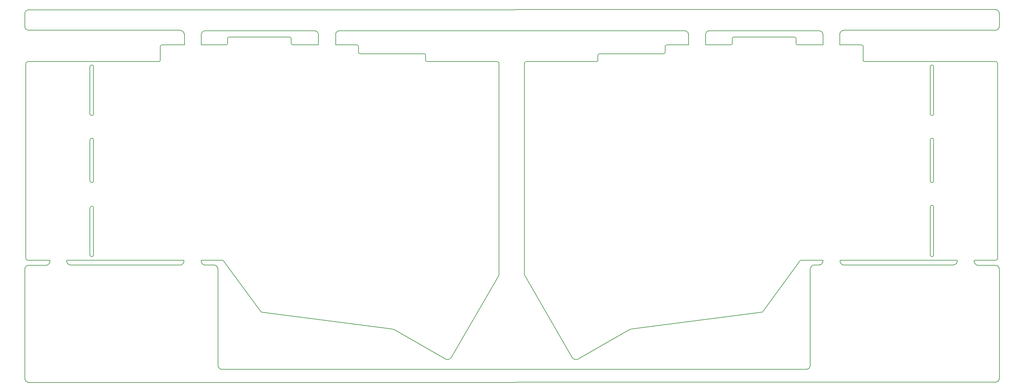
<source format=gm1>
G04 #@! TF.GenerationSoftware,KiCad,Pcbnew,(6.0.10-0)*
G04 #@! TF.CreationDate,2023-01-29T16:26:49+09:00*
G04 #@! TF.ProjectId,corne-ultralight,636f726e-652d-4756-9c74-72616c696768,2.0*
G04 #@! TF.SameCoordinates,Original*
G04 #@! TF.FileFunction,Profile,NP*
%FSLAX46Y46*%
G04 Gerber Fmt 4.6, Leading zero omitted, Abs format (unit mm)*
G04 Created by KiCad (PCBNEW (6.0.10-0)) date 2023-01-29 16:26:49*
%MOMM*%
%LPD*%
G01*
G04 APERTURE LIST*
G04 #@! TA.AperFunction,Profile*
%ADD10C,0.200000*%
G04 #@! TD*
G04 APERTURE END LIST*
D10*
X31197500Y-51660000D02*
X31197500Y-38410000D01*
X32197500Y-59160000D02*
X32197500Y-70660000D01*
X31478750Y-37941250D02*
X31697500Y-37910000D01*
X31885000Y-37941250D02*
X31697500Y-37910000D01*
X31228750Y-38222500D02*
X31322500Y-38035000D01*
X31228750Y-38222500D02*
X31197500Y-38410000D01*
X32166250Y-38222500D02*
X32072500Y-38035000D01*
X32197500Y-38410000D02*
X32166250Y-38222500D01*
X31510000Y-52128750D02*
X31697500Y-52160000D01*
X31228750Y-51847500D02*
X31322500Y-52035000D01*
X31197500Y-51660000D02*
X31228750Y-51847500D01*
X32166250Y-51847500D02*
X32197500Y-51660000D01*
X31916250Y-52128750D02*
X32072500Y-52035000D01*
X32166250Y-51847500D02*
X32072500Y-52035000D01*
X31916250Y-52128750D02*
X31697500Y-52160000D01*
X31322500Y-52035000D02*
X31510000Y-52128750D01*
X31885000Y-58691250D02*
X31697500Y-58660000D01*
X32166250Y-58972500D02*
X32072500Y-58785000D01*
X32197500Y-59160000D02*
X32166250Y-58972500D01*
X31228750Y-58972500D02*
X31197500Y-59160000D01*
X31478750Y-58691250D02*
X31322500Y-58785000D01*
X31228750Y-58972500D02*
X31322500Y-58785000D01*
X31478750Y-58691250D02*
X31697500Y-58660000D01*
X32072500Y-58785000D02*
X31885000Y-58691250D01*
X31510000Y-71128750D02*
X31697500Y-71160000D01*
X32166250Y-70847500D02*
X32197500Y-70660000D01*
X32166250Y-70847500D02*
X32072500Y-71035000D01*
X31228750Y-70847500D02*
X31322500Y-71035000D01*
X31916250Y-71128750D02*
X32072500Y-71035000D01*
X31322500Y-71035000D02*
X31510000Y-71128750D01*
X31916250Y-71128750D02*
X31697500Y-71160000D01*
X31197500Y-70660000D02*
X31228750Y-70847500D01*
X31478750Y-77941250D02*
X31322500Y-78035000D01*
X31228750Y-78222500D02*
X31322500Y-78035000D01*
X32166250Y-78222500D02*
X32072500Y-78035000D01*
X31885000Y-77941250D02*
X31697500Y-77910000D01*
X32072500Y-78035000D02*
X31885000Y-77941250D01*
X31228750Y-78222500D02*
X31197500Y-78410000D01*
X32197500Y-78410000D02*
X32166250Y-78222500D01*
X31478750Y-77941250D02*
X31697500Y-77910000D01*
X32166250Y-91847500D02*
X32197500Y-91660000D01*
X31916250Y-92128750D02*
X32072500Y-92035000D01*
X31916250Y-92128750D02*
X31697500Y-92160000D01*
X32166250Y-91847500D02*
X32072500Y-92035000D01*
X31197500Y-91660000D02*
X31228750Y-91847500D01*
X31228750Y-91847500D02*
X31322500Y-92035000D01*
X31510000Y-92128750D02*
X31697500Y-92160000D01*
X31322500Y-92035000D02*
X31510000Y-92128750D01*
X269385000Y-37941250D02*
X269197500Y-37910000D01*
X269666250Y-38222500D02*
X269572500Y-38035000D01*
X269697500Y-38410000D02*
X269666250Y-38222500D01*
X268728750Y-38222500D02*
X268697500Y-38410000D01*
X268978750Y-37941250D02*
X268822500Y-38035000D01*
X268728750Y-38222500D02*
X268822500Y-38035000D01*
X268978750Y-37941250D02*
X269197500Y-37910000D01*
X269572500Y-38035000D02*
X269385000Y-37941250D01*
X269666250Y-51847500D02*
X269572500Y-52035000D01*
X269416250Y-52128750D02*
X269572500Y-52035000D01*
X268728750Y-51847500D02*
X268822500Y-52035000D01*
X269010000Y-52128750D02*
X269197500Y-52160000D01*
X269416250Y-52128750D02*
X269197500Y-52160000D01*
X269666250Y-51847500D02*
X269697500Y-51660000D01*
X268822500Y-52035000D02*
X269010000Y-52128750D01*
X268697500Y-51660000D02*
X268728750Y-51847500D01*
X268978750Y-58691250D02*
X269197500Y-58660000D01*
X268728750Y-58972500D02*
X268697500Y-59160000D01*
X269572500Y-58785000D02*
X269385000Y-58691250D01*
X269666250Y-58972500D02*
X269572500Y-58785000D01*
X269385000Y-58691250D02*
X269197500Y-58660000D01*
X268978750Y-58691250D02*
X268822500Y-58785000D01*
X268728750Y-58972500D02*
X268822500Y-58785000D01*
X269697500Y-59160000D02*
X269666250Y-58972500D01*
X269416250Y-71128750D02*
X269197500Y-71160000D01*
X269666250Y-70847500D02*
X269697500Y-70660000D01*
X268697500Y-70660000D02*
X268728750Y-70847500D01*
X269416250Y-71128750D02*
X269572500Y-71035000D01*
X269010000Y-71128750D02*
X269197500Y-71160000D01*
X269666250Y-70847500D02*
X269572500Y-71035000D01*
X268822500Y-71035000D02*
X269010000Y-71128750D01*
X268728750Y-70847500D02*
X268822500Y-71035000D01*
X269666250Y-77972500D02*
X269572500Y-77785000D01*
X268728750Y-77972500D02*
X268822500Y-77785000D01*
X269572500Y-77785000D02*
X269385000Y-77691250D01*
X268728750Y-77972500D02*
X268697500Y-78160000D01*
X268978750Y-77691250D02*
X268822500Y-77785000D01*
X269385000Y-77691250D02*
X269197500Y-77660000D01*
X269697500Y-78160000D02*
X269666250Y-77972500D01*
X268978750Y-77691250D02*
X269197500Y-77660000D01*
X268697500Y-91660000D02*
X268728750Y-91847500D01*
X269416250Y-92128750D02*
X269197500Y-92160000D01*
X269010000Y-92128750D02*
X269197500Y-92160000D01*
X269666250Y-91847500D02*
X269572500Y-92035000D01*
X268822500Y-92035000D02*
X269010000Y-92128750D01*
X268728750Y-91847500D02*
X268822500Y-92035000D01*
X269666250Y-91847500D02*
X269697500Y-91660000D01*
X269416250Y-92128750D02*
X269572500Y-92035000D01*
X287761114Y-27841367D02*
X287933833Y-27699127D01*
X19674538Y-94092121D02*
X19671998Y-94094661D01*
X57853241Y-29027545D02*
X57855781Y-29027545D01*
X237248183Y-28136006D02*
X206377054Y-28136006D01*
X57782121Y-28798946D02*
X57782121Y-28798946D01*
X13283905Y-37031077D02*
X13184845Y-37132677D01*
X57784661Y-28801486D02*
X57787201Y-28806566D01*
X95445203Y-28473826D02*
X95272484Y-28334126D01*
X62630976Y-93406322D02*
X62630976Y-93411402D01*
X243161298Y-29037705D02*
X243161298Y-29037705D01*
X234804706Y-123167472D02*
X234825026Y-122943953D01*
X12946085Y-22715652D02*
X12841945Y-22911231D01*
X18653459Y-94643301D02*
X18650919Y-94643301D01*
X88185891Y-31981562D02*
X88284951Y-32080622D01*
X18645839Y-94643301D02*
X13893504Y-94643301D01*
X57279201Y-94348661D02*
X57449381Y-94208961D01*
X18892219Y-94617901D02*
X18887139Y-94617901D01*
X79481319Y-107782708D02*
X79595619Y-107869068D01*
X234825026Y-95768519D02*
X234825026Y-95768519D01*
X107113952Y-34351380D02*
X107185072Y-34480920D01*
X19875198Y-93180262D02*
X19880278Y-93408862D01*
X66616232Y-94638221D02*
X66618772Y-94638221D01*
X19857418Y-93642542D02*
X19857418Y-93642542D01*
X231274109Y-32184762D02*
X238386102Y-32184762D01*
X287756034Y-94826180D02*
X287557914Y-94722040D01*
X94863544Y-28166486D02*
X94640024Y-28143626D01*
X249673851Y-32387962D02*
X249744971Y-32520042D01*
X169404850Y-121097374D02*
X169277851Y-121173574D01*
X67281711Y-95298620D02*
X67284251Y-95301160D01*
X205935094Y-28224906D02*
X205739515Y-28329046D01*
X243161298Y-29037705D02*
X243161298Y-29037705D01*
X101769797Y-28143626D02*
X101762177Y-28143626D01*
X13184845Y-37132677D02*
X13113725Y-37262217D01*
X234847886Y-95534840D02*
X234850426Y-95532300D01*
X19128439Y-94544241D02*
X19128439Y-94544241D01*
X236051845Y-94534081D02*
X236051845Y-94534081D01*
X237685063Y-28222366D02*
X237471703Y-28156326D01*
X288238633Y-95545000D02*
X288172593Y-95331640D01*
X243161298Y-29037705D02*
X243161298Y-29032625D01*
X243240037Y-93396162D02*
X243240037Y-93403782D01*
X221114119Y-107930027D02*
X221022679Y-107937647D01*
X70113808Y-30261984D02*
X70085868Y-30429624D01*
X230872790Y-31986642D02*
X230801670Y-31854563D01*
X281350160Y-94089581D02*
X281347620Y-94084501D01*
X234494826Y-123749132D02*
X234637066Y-123576412D01*
X287273434Y-36937098D02*
X287443614Y-36967578D01*
X50886027Y-36830418D02*
X50985087Y-36728818D01*
X95272484Y-28334126D02*
X95076904Y-28229986D01*
X235376205Y-94744900D02*
X235579405Y-94633141D01*
X169277851Y-121173574D02*
X169140691Y-121237074D01*
X282140099Y-94612821D02*
X282140099Y-94612821D01*
X12778445Y-126886029D02*
X12844485Y-127096849D01*
X146735373Y-97500798D02*
X146783633Y-97343318D01*
X174274026Y-36937098D02*
X174274026Y-36937098D01*
X276300645Y-93830501D02*
X276366685Y-93617142D01*
X287926213Y-94965880D02*
X287756034Y-94826180D01*
X57512881Y-28400166D02*
X57512881Y-28400166D01*
X63768895Y-28143626D02*
X63763815Y-28143626D01*
X125584814Y-34679040D02*
X107583851Y-34679040D01*
X24718973Y-93848281D02*
X24825653Y-94041321D01*
X200387740Y-29266305D02*
X200364880Y-29042785D01*
X234847886Y-95537380D02*
X234847886Y-95534840D01*
X244129037Y-28059806D02*
X244131577Y-28059806D01*
X276387005Y-93396162D02*
X276394625Y-93185342D01*
X63326935Y-28232526D02*
X63131355Y-28339206D01*
X19524678Y-94275001D02*
X19524678Y-94275001D01*
X95785563Y-32179682D02*
X95780483Y-29281545D01*
X194273966Y-32184762D02*
X200395360Y-32184762D01*
X235371125Y-94747440D02*
X235376205Y-94744900D01*
X244362716Y-28034406D02*
X244365256Y-28034406D01*
X13258505Y-94838880D02*
X13085785Y-94981120D01*
X234825026Y-95768519D02*
X234847886Y-95537380D01*
X199684160Y-28222366D02*
X199470801Y-28156326D01*
X95780483Y-29276465D02*
X95757623Y-29052945D01*
X18897299Y-94617901D02*
X18892219Y-94617901D01*
X116664342Y-112720463D02*
X116504323Y-112700143D01*
X18897299Y-94617901D02*
X18897299Y-94617901D01*
X231274109Y-32184762D02*
X231103929Y-32156822D01*
X287565534Y-27945506D02*
X287761114Y-27841367D01*
X238388642Y-93396162D02*
X238396262Y-93187882D01*
X56649282Y-28044566D02*
X56877882Y-28067426D01*
X184019996Y-112756023D02*
X184192716Y-112728083D01*
X244154437Y-94513761D02*
X244377956Y-94534081D01*
X19334179Y-94432481D02*
X19331639Y-94435021D01*
X133380066Y-120716375D02*
X133382606Y-120711295D01*
X24655473Y-93634922D02*
X24718973Y-93848281D01*
X287672214Y-92987222D02*
X287570614Y-93088822D01*
X237250723Y-94534081D02*
X237255803Y-94534081D01*
X19524678Y-94275001D02*
X19524678Y-94275001D01*
X57665281Y-28585586D02*
X57667821Y-28585586D01*
X19786298Y-93883841D02*
X19677078Y-94087041D01*
X19786298Y-93878761D02*
X19786298Y-93883841D01*
X244123957Y-28062346D02*
X244129037Y-28059806D01*
X243684537Y-28247766D02*
X243687077Y-28245226D01*
X67380771Y-95771059D02*
X67380771Y-95773599D01*
X234129066Y-123995512D02*
X234324646Y-123888832D01*
X281695600Y-94429941D02*
X281690520Y-94427401D01*
X12755585Y-126662509D02*
X12778445Y-126886029D01*
X281235860Y-93876221D02*
X281233320Y-93871141D01*
X281908959Y-94544241D02*
X281908959Y-94544241D01*
X67403631Y-123185252D02*
X67469671Y-123396072D01*
X244362716Y-28034406D02*
X244362716Y-28034406D01*
X32197500Y-78410000D02*
X32197500Y-91660000D01*
X169140691Y-121237074D02*
X168988291Y-121287874D01*
X269697500Y-51660000D02*
X269697500Y-38410000D01*
X68673630Y-93187882D02*
X68584730Y-93160000D01*
X276366685Y-93617142D02*
X276387005Y-93396162D01*
X19880278Y-93411402D02*
X19880278Y-93411402D01*
X50583768Y-36929478D02*
X50756488Y-36901538D01*
X68937790Y-93327582D02*
X68820950Y-93241222D01*
X146834433Y-37429857D02*
X146834433Y-96906438D01*
X287756034Y-22387992D02*
X287557914Y-22283852D01*
X287441074Y-93157402D02*
X287273434Y-93187882D01*
X281164740Y-93645082D02*
X281162200Y-93642542D01*
X19857418Y-93642542D02*
X19857418Y-93642542D01*
X212442568Y-32159362D02*
X212272388Y-32187302D01*
X13896044Y-127792808D02*
X287126114Y-127785188D01*
X12951165Y-27541647D02*
X13093405Y-27714367D01*
X67355371Y-95537380D02*
X67380771Y-95768519D01*
X57881181Y-29271385D02*
X57881181Y-29273925D01*
X24635153Y-93185342D02*
X57787201Y-93185342D01*
X154022626Y-37434937D02*
X154053106Y-37267297D01*
X154042946Y-97188378D02*
X154025166Y-97005498D01*
X88417030Y-32151742D02*
X88584670Y-32179682D01*
X146732833Y-37130137D02*
X146633773Y-37028537D01*
X67355371Y-95532300D02*
X67355371Y-95537380D01*
X70283988Y-30030844D02*
X70184928Y-30132444D01*
X56880422Y-28067426D02*
X56882962Y-28067426D01*
X126085193Y-35179419D02*
X126085193Y-36429098D01*
X132734907Y-121231994D02*
X132879686Y-121165954D01*
X287570614Y-93088822D02*
X287441074Y-93157402D01*
X13085785Y-37429857D02*
X13085785Y-37429857D01*
X281235860Y-93881301D02*
X281235860Y-93876221D01*
X200395360Y-32184762D02*
X200387740Y-29273925D01*
X12841945Y-95346880D02*
X12778445Y-95560240D01*
X133004146Y-121092294D02*
X133126066Y-120998315D01*
X13454084Y-22296552D02*
X13258505Y-22400692D01*
X288238633Y-23106811D02*
X288172593Y-22893451D01*
X281898799Y-94539161D02*
X281695600Y-94429941D01*
X100819838Y-28651626D02*
X100715698Y-28847206D01*
X154075966Y-97353478D02*
X154042946Y-97188378D01*
X236051845Y-94534081D02*
X236054385Y-94534081D01*
X238388642Y-29273925D02*
X238388642Y-29266305D01*
X67469671Y-123396072D02*
X67576351Y-123591652D01*
X18650919Y-94643301D02*
X18645839Y-94643301D01*
X24825653Y-94041321D02*
X24967893Y-94214041D01*
X13286445Y-93081202D02*
X13415984Y-93149782D01*
X66824512Y-94747440D02*
X66824512Y-94749980D01*
X19517058Y-94282621D02*
X19339259Y-94429941D01*
X57324921Y-28247766D02*
X57324921Y-28247766D01*
X13184845Y-92979602D02*
X13286445Y-93081202D01*
X244367796Y-28034406D02*
X244372876Y-28034406D01*
X237471703Y-28156326D02*
X237248183Y-28136006D01*
X205739515Y-28329046D02*
X205569335Y-28471286D01*
X235810545Y-94562021D02*
X235815625Y-94559481D01*
X68584730Y-93160000D02*
X62625896Y-93160000D01*
X125752454Y-34709520D02*
X125584814Y-34679040D01*
X126085193Y-35179419D02*
X126054713Y-35009239D01*
X94640024Y-28143626D02*
X63768895Y-28143626D01*
X244365256Y-28034406D02*
X244367796Y-28034406D01*
X70184928Y-30132444D02*
X70113808Y-30261984D01*
X62653836Y-29060565D02*
X62630976Y-29284085D01*
X12844485Y-27348607D02*
X12951165Y-27541647D01*
X199470801Y-28156326D02*
X199249821Y-28136006D01*
X63131355Y-28339206D02*
X62961176Y-28481446D01*
X146501693Y-36959958D02*
X146334053Y-36929478D01*
X106753272Y-32210162D02*
X106585632Y-32179682D01*
X19857418Y-93642542D02*
X19857418Y-93642542D01*
X31197500Y-91660000D02*
X31197500Y-78410000D01*
X238299742Y-28831966D02*
X238193062Y-28636386D01*
X234921546Y-95296080D02*
X235030766Y-95092880D01*
X184192716Y-112728083D02*
X184352736Y-112707763D01*
X288172593Y-22893451D02*
X288068453Y-22700412D01*
X193743106Y-34359000D02*
X193671986Y-34488540D01*
X235030766Y-95090340D02*
X235033306Y-95087800D01*
X69986809Y-31979022D02*
X70055389Y-31849483D01*
X235818165Y-94559481D02*
X236049305Y-94534081D01*
X243681997Y-28250306D02*
X243684537Y-28247766D01*
X212742288Y-31857103D02*
X212673708Y-31989182D01*
X57667821Y-28585586D02*
X57670361Y-28590666D01*
X12841945Y-22911231D02*
X12778445Y-23122051D01*
X174771865Y-35187039D02*
X174771865Y-36436718D01*
X275691045Y-94445181D02*
X275886625Y-94341041D01*
X243163838Y-29027545D02*
X243229877Y-28806566D01*
X243146058Y-32187302D02*
X243138438Y-29271385D01*
X66611152Y-94635681D02*
X66611152Y-94635681D01*
X205429635Y-28644006D02*
X205325495Y-28839586D01*
X238388642Y-29266305D02*
X238365782Y-29042785D01*
X57111561Y-28136006D02*
X57114101Y-28138546D01*
X13672524Y-28021706D02*
X13896044Y-28044566D01*
X238193062Y-28636386D02*
X238050823Y-28466206D01*
X67169951Y-95090340D02*
X67172491Y-95092880D01*
X13459164Y-127708988D02*
X13672524Y-127772488D01*
X281235860Y-93881301D02*
X281235860Y-93881301D01*
X168444731Y-121323434D02*
X168277092Y-121290414D01*
X281139340Y-93401242D02*
X281136800Y-93401242D01*
X174873465Y-34887320D02*
X174975065Y-34785720D01*
X95587443Y-28646546D02*
X95445203Y-28473826D01*
X88584670Y-32179682D02*
X88584670Y-32179682D01*
X126054713Y-35009239D02*
X125983593Y-34879700D01*
X57324921Y-28247766D02*
X57324921Y-28247766D01*
X167857992Y-121102454D02*
X167741152Y-121016095D01*
X66385092Y-94567101D02*
X66387632Y-94569641D01*
X13896044Y-28044566D02*
X56646742Y-28044566D01*
X57332541Y-28252846D02*
X57512881Y-28400166D01*
X281687980Y-94424861D02*
X281507640Y-94280081D01*
X168988291Y-121287874D02*
X168820651Y-121320894D01*
X205569335Y-28471286D02*
X205429635Y-28644006D01*
X66611152Y-94635681D02*
X66616232Y-94638221D01*
X174771865Y-36436718D02*
X174743925Y-36609438D01*
X117159642Y-112829683D02*
X131454748Y-121092294D01*
X213273147Y-29936864D02*
X213273147Y-29936864D01*
X243679457Y-28250306D02*
X243681997Y-28250306D01*
X232272328Y-93187882D02*
X238396262Y-93187882D01*
X288073533Y-127277188D02*
X288177673Y-127081609D01*
X66380012Y-94567101D02*
X66385092Y-94567101D01*
X243748037Y-94346121D02*
X243943617Y-94450261D01*
X57449381Y-94208961D02*
X57591621Y-94036241D01*
X131871307Y-121280254D02*
X132038947Y-121315814D01*
X230672130Y-30137524D02*
X230743250Y-30267064D01*
X12778445Y-95560240D02*
X12755585Y-95783759D01*
X146834433Y-96990258D02*
X146834433Y-96906438D01*
X62717336Y-28847206D02*
X62653836Y-29060565D01*
X13113725Y-92850062D02*
X13184845Y-92979602D01*
X194106326Y-32215242D02*
X194273966Y-32184762D01*
X243341637Y-28590666D02*
X243346717Y-28588126D01*
X243687077Y-28245226D02*
X243892817Y-28133466D01*
X67281711Y-95298620D02*
X67281711Y-95298620D01*
X287674754Y-37137757D02*
X287743334Y-37269837D01*
X88084291Y-30429624D02*
X88056351Y-30259444D01*
X237692683Y-94445181D02*
X237885723Y-94341041D01*
X79595619Y-107869068D02*
X79745479Y-107922407D01*
X268697500Y-78160000D02*
X268697500Y-91660000D01*
X243346717Y-28583046D02*
X243494037Y-28405246D01*
X275256706Y-94534081D02*
X275480226Y-94511221D01*
X193440847Y-34658720D02*
X193273207Y-34684120D01*
X101541197Y-28166486D02*
X101327838Y-28232526D01*
X193671986Y-34488540D02*
X193570387Y-34587600D01*
X57327461Y-28250306D02*
X57332541Y-28252846D01*
X212973427Y-30035924D02*
X213102967Y-29967344D01*
X68937790Y-93327582D02*
X79481319Y-107782708D01*
X234825026Y-95771059D02*
X234825026Y-95768519D01*
X50985087Y-36728818D02*
X51056207Y-36599278D01*
X243501657Y-28397626D02*
X243679457Y-28250306D01*
X67284251Y-95301160D02*
X67286791Y-95306240D01*
X133324186Y-120792575D02*
X133380066Y-120716375D01*
X63771435Y-94544241D02*
X66146332Y-94544241D01*
X57881181Y-29268845D02*
X57881181Y-29268845D01*
X234847886Y-95537380D02*
X234847886Y-95537380D01*
X287773814Y-37437477D02*
X287773814Y-92684963D01*
X212772768Y-31684383D02*
X212772768Y-30434704D01*
X235810545Y-94562021D02*
X235810545Y-94562021D01*
X13459164Y-27958206D02*
X13672524Y-28021706D01*
X206377054Y-28136006D02*
X206369434Y-28136006D01*
X132038947Y-121315814D02*
X132226907Y-121328514D01*
X146816653Y-97175678D02*
X146834433Y-96990258D01*
X66148872Y-94544241D02*
X66380012Y-94567101D01*
X174771865Y-35187039D02*
X174802345Y-35016859D01*
X193570387Y-34587600D02*
X193440847Y-34658720D01*
X100631878Y-29284085D02*
X100636958Y-32179682D01*
X243346717Y-28588126D02*
X243346717Y-28583046D01*
X62719876Y-93848281D02*
X62826556Y-94041321D01*
X70413528Y-29959724D02*
X70283988Y-30030844D01*
X243138438Y-29268845D02*
X243161298Y-29037705D01*
X13415984Y-93149782D02*
X13586164Y-93180262D01*
X221261439Y-107876688D02*
X221114119Y-107930027D01*
X287354714Y-28011546D02*
X287565534Y-27945506D01*
X236062005Y-94534081D02*
X237250723Y-94534081D01*
X243494037Y-28402706D02*
X243496577Y-28400166D01*
X126585573Y-36929478D02*
X126585573Y-36929478D01*
X281507640Y-94280081D02*
X281507640Y-94277541D01*
X56649282Y-94544241D02*
X56872802Y-94521381D01*
X212772768Y-31684383D02*
X212742288Y-31857103D01*
X205259455Y-29052945D02*
X205239135Y-29273925D01*
X287131194Y-28034406D02*
X287354714Y-28011546D01*
X69585489Y-32179682D02*
X62636056Y-32179682D01*
X50756488Y-36901538D02*
X50886027Y-36830418D01*
X235579405Y-94633141D02*
X235579405Y-94633141D01*
X24630073Y-93406322D02*
X24630073Y-93411402D01*
X167540492Y-120807815D02*
X167479532Y-120723995D01*
X132879686Y-121165954D02*
X133004146Y-121092294D01*
X66618772Y-94638221D02*
X66824512Y-94747440D01*
X126184253Y-36731358D02*
X126285853Y-36830418D01*
X231919269Y-93332662D02*
X221375739Y-107790328D01*
X24967893Y-94214041D02*
X25138073Y-94353741D01*
X101327838Y-28232526D02*
X101132258Y-28339206D01*
X146676953Y-97643038D02*
X146735373Y-97500798D01*
X50583768Y-36929478D02*
X13697500Y-36929478D01*
X235589565Y-94630601D02*
X235810545Y-94562021D01*
X168632691Y-121336134D02*
X168444731Y-121323434D01*
X51414347Y-32210162D02*
X51284807Y-32281282D01*
X126285853Y-36830418D02*
X126415393Y-36901538D01*
X19857418Y-93647622D02*
X19857418Y-93652702D01*
X281139340Y-93406322D02*
X281139340Y-93401242D01*
X24630073Y-93411402D02*
X24655473Y-93634922D01*
X67380771Y-95778679D02*
X67380771Y-95778679D01*
X125884533Y-34780640D02*
X125752454Y-34709520D01*
X288264033Y-23330331D02*
X288238633Y-23106811D01*
X235180625Y-94904920D02*
X235183165Y-94904920D01*
X282371239Y-94635681D02*
X282371239Y-94635681D01*
X117159642Y-112829683D02*
X117002162Y-112786503D01*
X62966256Y-94214041D02*
X63138975Y-94353741D01*
X154355365Y-36965038D02*
X154523005Y-36934558D01*
X131579208Y-121165954D02*
X131718908Y-121229454D01*
X174571205Y-36838038D02*
X174441665Y-36909158D01*
X66824512Y-94749980D02*
X66829592Y-94749980D01*
X243892817Y-28133466D02*
X243897897Y-28130926D01*
X231919269Y-93332662D02*
X232033569Y-93248842D01*
X154022626Y-37434937D02*
X154022626Y-96908978D01*
X32197500Y-38410000D02*
X32197500Y-51660000D01*
X244377956Y-94534081D02*
X275251626Y-94534081D01*
X68521230Y-124094571D02*
X233687107Y-124084411D01*
X57782121Y-28798946D02*
X57784661Y-28801486D01*
X175272245Y-34684120D02*
X193273207Y-34684120D01*
X235183165Y-94904920D02*
X235185705Y-94899840D01*
X107185072Y-34480920D02*
X107286672Y-34579980D01*
X67380771Y-95778679D02*
X67380771Y-122956653D01*
X193773586Y-32685142D02*
X193804066Y-32517502D01*
X243240037Y-93403782D02*
X243262897Y-93627302D01*
X62961176Y-28481446D02*
X62821476Y-28651626D01*
X174743925Y-36609438D02*
X174672805Y-36738978D01*
X70085868Y-30429624D02*
X70083328Y-31679303D01*
X235185705Y-94899840D02*
X235188245Y-94897300D01*
X249572251Y-32288902D02*
X249673851Y-32387962D01*
X69585489Y-32179682D02*
X69755669Y-32151742D01*
X232180888Y-93195502D02*
X232272328Y-93187882D01*
X70085868Y-30429624D02*
X70085868Y-30429624D01*
X269697500Y-70660000D02*
X269697500Y-59160000D01*
X57881181Y-29279005D02*
X57886261Y-32179682D01*
X243232417Y-28801486D02*
X243234957Y-28796406D01*
X133230206Y-120901795D02*
X133324186Y-120792575D01*
X234919006Y-95306240D02*
X234919006Y-95301160D01*
X66824512Y-94747440D02*
X66824512Y-94747440D01*
X281235860Y-93881301D02*
X281235860Y-93881301D01*
X249272532Y-32187302D02*
X243146058Y-32187302D01*
X13697500Y-36929478D02*
X13413444Y-36959958D01*
X233915707Y-124061552D02*
X234129066Y-123995512D01*
X230971850Y-32085702D02*
X230872790Y-31986642D01*
X56888042Y-28069966D02*
X57111561Y-28136006D01*
X116837062Y-112748403D02*
X116664342Y-112720463D01*
X19524678Y-94275001D02*
X19522138Y-94280081D01*
X67167411Y-95085260D02*
X67167411Y-95085260D01*
X287273434Y-93187882D02*
X281146960Y-93187882D01*
X19880278Y-93411402D02*
X19857418Y-93642542D01*
X13413444Y-36959958D02*
X13283905Y-37031077D01*
X234850426Y-95527220D02*
X234919006Y-95306240D01*
X288172593Y-95331640D02*
X288068453Y-95136060D01*
X287773814Y-92684963D02*
X287743334Y-92857682D01*
X243433077Y-94033701D02*
X243575317Y-94203881D01*
X67380771Y-122961733D02*
X67403631Y-123185252D01*
X57111561Y-28136006D02*
X57111561Y-28136006D01*
X56646742Y-28044566D02*
X56649282Y-28044566D01*
X287131194Y-127785188D02*
X287354714Y-127762328D01*
X67012472Y-94899840D02*
X67012472Y-94899840D01*
X67281711Y-95298620D02*
X67281711Y-95298620D01*
X167479532Y-120723995D02*
X167474452Y-120718915D01*
X88056351Y-30259444D02*
X87985231Y-30129904D01*
X57695761Y-93840661D02*
X57759261Y-93627302D01*
X79834379Y-107930027D02*
X116504323Y-112700143D01*
X244372876Y-28034406D02*
X244372876Y-28034406D01*
X230443530Y-29967344D02*
X230573070Y-30038464D01*
X13586164Y-93180262D02*
X13586164Y-93180262D01*
X68820950Y-93241222D02*
X68673630Y-93187882D01*
X281502560Y-94275001D02*
X281500020Y-94272461D01*
X13664904Y-94666161D02*
X13454084Y-94732200D01*
X243900437Y-28130926D02*
X244121417Y-28062346D01*
X62826556Y-94041321D02*
X62966256Y-94214041D01*
X205239135Y-29273925D02*
X205236595Y-32187302D01*
X19339259Y-94429941D02*
X19334179Y-94432481D01*
X19522138Y-94280081D02*
X19517058Y-94282621D01*
X62625896Y-93160000D02*
X62630976Y-93406322D01*
X63540295Y-28166486D02*
X63326935Y-28232526D01*
X13085785Y-37429857D02*
X13085785Y-92679883D01*
X243245117Y-93185342D02*
X276394625Y-93185342D01*
X32072500Y-38035000D02*
X31885000Y-37941250D01*
X205325495Y-28839586D02*
X205259455Y-29052945D01*
X107055532Y-32509882D02*
X106984412Y-32380342D01*
X212772768Y-30434704D02*
X212803248Y-30267064D01*
X281139340Y-93408862D02*
X281139340Y-93408862D01*
X168122152Y-121239614D02*
X167984992Y-121176114D01*
X281235860Y-93881301D02*
X281235860Y-93881301D01*
X25336193Y-94457881D02*
X25547012Y-94521381D01*
X235030766Y-95092880D02*
X235030766Y-95092880D01*
X25770532Y-94544241D02*
X56644202Y-94544241D01*
X234919006Y-95306240D02*
X234919006Y-95306240D01*
X234850426Y-95532300D02*
X234850426Y-95527220D01*
X57881181Y-29279005D02*
X57881181Y-29279005D01*
X236054385Y-94534081D02*
X236062005Y-94534081D01*
X66832132Y-94755060D02*
X67012472Y-94899840D01*
X287347094Y-94656001D02*
X287123574Y-94635681D01*
X250103111Y-36906618D02*
X249971031Y-36835498D01*
X243892817Y-28133466D02*
X243892817Y-28133466D01*
X57782121Y-93403782D02*
X57787201Y-93185342D01*
X56644202Y-94544241D02*
X56649282Y-94544241D01*
X12755585Y-26906647D02*
X12778445Y-27135247D01*
X154121685Y-97508418D02*
X154075966Y-97353478D01*
X287761114Y-127589608D02*
X287933833Y-127449908D01*
X12951165Y-127292428D02*
X13093405Y-127462608D01*
X238365782Y-93617142D02*
X238388642Y-93396162D01*
X13664904Y-22230512D02*
X13454084Y-22296552D01*
X249442711Y-32217782D02*
X249572251Y-32288902D01*
X233687107Y-124084411D02*
X233694727Y-124084411D01*
X287743334Y-37269837D02*
X287773814Y-37437477D01*
X275251626Y-94534081D02*
X275256706Y-94534081D01*
X287126114Y-127785188D02*
X287131194Y-127785188D01*
X107416212Y-34651100D02*
X107583851Y-34679040D01*
X234825026Y-122943953D02*
X234825026Y-95771059D01*
X67380771Y-95768519D02*
X67380771Y-95768519D01*
X288264033Y-95765979D02*
X288238633Y-95545000D01*
X66380012Y-94567101D02*
X66380012Y-94567101D01*
X167637012Y-120917035D02*
X167540492Y-120807815D01*
X174672805Y-36738978D02*
X174571205Y-36838038D01*
X287557914Y-94722040D02*
X287347094Y-94656001D01*
X51084147Y-36431638D02*
X51084147Y-36429098D01*
X12844485Y-127096849D02*
X12951165Y-127292428D01*
X67281711Y-95298620D02*
X67281711Y-95298620D01*
X154025166Y-97005498D02*
X154022626Y-96908978D01*
X66387632Y-94569641D02*
X66611152Y-94635681D01*
X243496577Y-28400166D02*
X243501657Y-28397626D01*
X213273147Y-29934324D02*
X230273350Y-29934324D01*
X268697500Y-38410000D02*
X268697500Y-51660000D01*
X281695600Y-94429941D02*
X281695600Y-94429941D01*
X281233320Y-93871141D02*
X281164740Y-93650162D01*
X13093405Y-127462608D02*
X13263585Y-127604848D01*
X200298840Y-28831966D02*
X200194700Y-28636386D01*
X154124225Y-37137757D02*
X154225825Y-37036157D01*
X51056207Y-36599278D02*
X51084147Y-36431638D01*
X51084147Y-32680062D02*
X51084147Y-36429098D01*
X146608373Y-97777657D02*
X146676953Y-97643038D01*
X95757623Y-29052945D02*
X95691583Y-28842126D01*
X235579405Y-94633141D02*
X235579405Y-94633141D01*
X87985231Y-30129904D02*
X87883631Y-30028304D01*
X13093405Y-27714367D02*
X13263585Y-27854067D01*
X154523005Y-36934558D02*
X174274026Y-36937098D01*
X193872646Y-32387962D02*
X193974246Y-32286362D01*
X12778445Y-27135247D02*
X12844485Y-27348607D01*
X19339259Y-94429941D02*
X19339259Y-94429941D01*
X287126114Y-28034406D02*
X287131194Y-28034406D01*
X243234957Y-28796406D02*
X243341637Y-28593206D01*
X57855781Y-29032625D02*
X57855781Y-29037705D01*
X67172491Y-95092880D02*
X67281711Y-95298620D01*
X174802345Y-35016859D02*
X174873465Y-34887320D01*
X183854896Y-112794123D02*
X184019996Y-112756023D01*
X87754091Y-29959724D02*
X87583911Y-29929244D01*
X243229877Y-28804026D02*
X243232417Y-28801486D01*
X13888424Y-22207652D02*
X13664904Y-22230512D01*
X107086012Y-34181200D02*
X107086012Y-32680062D01*
X212874367Y-30137524D02*
X212973427Y-30035924D01*
X57119181Y-28138546D02*
X57324921Y-28247766D01*
X126115673Y-36601818D02*
X126184253Y-36731358D01*
X95691583Y-28842126D02*
X95587443Y-28646546D01*
X282140099Y-94612821D02*
X282140099Y-94612821D01*
X12778445Y-23122051D02*
X12755585Y-23345571D01*
X206145914Y-28158866D02*
X205935094Y-28224906D01*
X57517961Y-28407786D02*
X57665281Y-28585586D01*
X244121417Y-28062346D02*
X244121417Y-28062346D01*
X87883631Y-30028304D02*
X87754091Y-29959724D01*
X234738666Y-123380832D02*
X234804706Y-123167472D01*
X174975065Y-34785720D02*
X175104605Y-34717140D01*
X244372876Y-28034406D02*
X287126114Y-28034406D01*
X282129939Y-94610281D02*
X281908959Y-94544241D01*
X281136800Y-93401242D02*
X281146960Y-93187882D01*
X243161298Y-29032625D02*
X243163838Y-29027545D01*
X57512881Y-28400166D02*
X57515421Y-28402706D01*
X131718908Y-121229454D02*
X131871307Y-121280254D01*
X12755585Y-23345571D02*
X12755585Y-26906647D01*
X70583708Y-29929244D02*
X70413528Y-29959724D01*
X57855781Y-29027545D02*
X57855781Y-29032625D01*
X18655999Y-94643301D02*
X18655999Y-94643301D01*
X183697416Y-112837303D02*
X169404850Y-121097374D01*
X88084291Y-31679303D02*
X88084291Y-30429624D01*
X230273350Y-29934324D02*
X230443530Y-29967344D01*
X117002162Y-112786503D02*
X116837062Y-112748403D01*
X167474452Y-120718915D02*
X154248685Y-97785277D01*
X13263585Y-127604848D02*
X13459164Y-127708988D01*
X107086012Y-32680062D02*
X107055532Y-32509882D01*
X243943617Y-94450261D02*
X244154437Y-94513761D01*
X57670361Y-28590666D02*
X57672901Y-28593206D01*
X57782121Y-28798946D02*
X57782121Y-28798946D01*
X62630976Y-29284085D02*
X62636056Y-32179682D01*
X243897897Y-28130926D02*
X243900437Y-28130926D01*
X13893504Y-94643301D02*
X13888424Y-94643301D01*
X87583911Y-29929244D02*
X87583911Y-29929244D01*
X243138438Y-29271385D02*
X243138438Y-29268845D01*
X243245117Y-93185342D02*
X243240037Y-93396162D01*
X235035846Y-95085260D02*
X235180625Y-94904920D01*
X288068453Y-22700412D02*
X287926213Y-22527692D01*
X287273434Y-93187882D02*
X287273434Y-93187882D01*
X282140099Y-94612821D02*
X282135019Y-94610281D01*
X18645839Y-94643301D02*
X18645839Y-94643301D01*
X57591621Y-94036241D02*
X57695761Y-93840661D01*
X281347620Y-94084501D02*
X281235860Y-93881301D01*
X62630976Y-93411402D02*
X62653836Y-93634922D01*
X13085785Y-22542932D02*
X12946085Y-22715652D01*
X57672901Y-28593206D02*
X57782121Y-28798946D01*
X19331639Y-94435021D02*
X19128439Y-94544241D01*
X243341637Y-28593206D02*
X243341637Y-28593206D01*
X13113725Y-37262217D02*
X13085785Y-37429857D01*
X268697500Y-59160000D02*
X268697500Y-70660000D01*
X19788838Y-93873681D02*
X19786298Y-93878761D01*
X126415393Y-36901538D02*
X126585573Y-36929478D01*
X13454084Y-94732200D02*
X13258505Y-94838880D01*
X288264033Y-23335411D02*
X288264033Y-23330331D01*
X56877882Y-28067426D02*
X56877882Y-28067426D01*
X19128439Y-94544241D02*
X19125899Y-94546781D01*
X281908959Y-94544241D02*
X281903879Y-94541701D01*
X235579405Y-94633141D02*
X235584485Y-94633141D01*
X63138975Y-94353741D02*
X63334555Y-94457881D01*
X243262897Y-93627302D02*
X243328937Y-93838121D01*
X146834433Y-37429857D02*
X146803953Y-37259677D01*
X281507640Y-94277541D02*
X281502560Y-94275001D01*
X56877882Y-28067426D02*
X56877882Y-28067426D01*
X57881181Y-29273925D02*
X57881181Y-29279005D01*
X168277092Y-121290414D02*
X168122152Y-121239614D01*
X13672524Y-127772488D02*
X13896044Y-127792808D01*
X288177673Y-127081609D02*
X288241173Y-126868249D01*
X282373779Y-94635681D02*
X282371239Y-94635681D01*
X25138073Y-94353741D02*
X25336193Y-94457881D01*
X287933833Y-127449908D02*
X288073533Y-127277188D01*
X243494037Y-28405246D02*
X243494037Y-28402706D01*
X288264033Y-26896487D02*
X288264033Y-23335411D01*
X67380771Y-122956653D02*
X67380771Y-122961733D01*
X232033569Y-93248842D02*
X232180888Y-93195502D01*
X132414867Y-121315814D02*
X132582507Y-121282794D01*
X269697500Y-91660000D02*
X269697500Y-78160000D01*
X250273291Y-36934558D02*
X287273434Y-36937098D01*
X62653836Y-93634922D02*
X62719876Y-93848281D01*
X19118279Y-94549321D02*
X18897299Y-94617901D01*
X31197500Y-70660000D02*
X31197500Y-59160000D01*
X67015012Y-94904920D02*
X67017552Y-94907460D01*
X67012472Y-94899840D02*
X67015012Y-94904920D01*
X238365782Y-29042785D02*
X238299742Y-28831966D01*
X13888424Y-94643301D02*
X13664904Y-94666161D01*
X281139340Y-93411402D02*
X281139340Y-93408862D01*
X199249821Y-28136006D02*
X101769797Y-28143626D01*
X275480226Y-94511221D02*
X275691045Y-94445181D01*
X12755585Y-126654889D02*
X12755585Y-126662509D01*
X287573154Y-37038697D02*
X287674754Y-37137757D01*
X183697416Y-112837303D02*
X183854896Y-112794123D01*
X13893504Y-22207652D02*
X13888424Y-22207652D01*
X66829592Y-94749980D02*
X66832132Y-94755060D01*
X276056805Y-94198801D02*
X276199045Y-94026081D01*
X57759261Y-93627302D02*
X57782121Y-93403782D01*
X57324921Y-28247766D02*
X57327461Y-28250306D01*
X243341637Y-28593206D02*
X243341637Y-28590666D01*
X132226907Y-121328514D02*
X132414867Y-121315814D01*
X230573070Y-30038464D02*
X230672130Y-30137524D01*
X238302282Y-93830501D02*
X238365782Y-93617142D01*
X282140099Y-94612821D02*
X282140099Y-94612821D01*
X79745479Y-107922407D02*
X79834379Y-107930027D01*
X288177673Y-27330827D02*
X288241173Y-27117467D01*
X235810545Y-94562021D02*
X235810545Y-94562021D01*
X287743334Y-92857682D02*
X287672214Y-92987222D01*
X243328937Y-93838121D02*
X243433077Y-94033701D01*
X100715698Y-28847206D02*
X100652198Y-29060565D01*
X243892817Y-28133466D02*
X243892817Y-28133466D01*
X243161298Y-29037705D02*
X243161298Y-29037705D01*
X57114101Y-28138546D02*
X57119181Y-28138546D01*
X19125899Y-94546781D02*
X19123359Y-94546781D01*
X236049305Y-94534081D02*
X236051845Y-94534081D01*
X237479323Y-94511221D02*
X237692683Y-94445181D01*
X237880643Y-28326506D02*
X237685063Y-28222366D01*
X200194700Y-28636386D02*
X200052460Y-28466206D01*
X63334555Y-94457881D02*
X63547915Y-94521381D01*
X287557914Y-22283852D02*
X287347094Y-22220352D01*
X230801670Y-31854563D02*
X230773730Y-31684383D01*
X212272388Y-32187302D02*
X205236595Y-32187302D01*
X231103929Y-32156822D02*
X230971850Y-32085702D01*
X237255803Y-94534081D02*
X237479323Y-94511221D01*
X146334053Y-36929478D02*
X126585573Y-36929478D01*
X133126066Y-120998315D02*
X133230206Y-120901795D01*
X19875198Y-93180262D02*
X13586164Y-93180262D01*
X66824512Y-94747440D02*
X66824512Y-94747440D01*
X281139340Y-93408862D02*
X281139340Y-93406322D01*
X199879740Y-28326506D02*
X199684160Y-28222366D01*
X221375739Y-107790328D02*
X221261439Y-107876688D01*
X212673708Y-31989182D02*
X212572108Y-32088242D01*
X235188245Y-94897300D02*
X235368585Y-94749980D01*
X18887139Y-94617901D02*
X18655999Y-94643301D01*
X62821476Y-28651626D02*
X62717336Y-28847206D01*
X238386102Y-32184762D02*
X238388642Y-29273925D01*
X132582507Y-121282794D02*
X132734907Y-121231994D01*
X174441665Y-36909158D02*
X174274026Y-36937098D01*
X13085785Y-94981120D02*
X12946085Y-95151300D01*
X175104605Y-34717140D02*
X175272245Y-34684120D01*
X288241173Y-27117467D02*
X288264033Y-26896487D01*
X67380771Y-95768519D02*
X67380771Y-95771059D01*
X106585632Y-32179682D02*
X100636958Y-32179682D01*
X101762177Y-28143626D02*
X101541197Y-28166486D01*
X193804066Y-32517502D02*
X193872646Y-32387962D01*
X57782121Y-28798946D02*
X57782121Y-28798946D01*
X249871971Y-36736438D02*
X249800851Y-36604358D01*
X67888771Y-123904072D02*
X68084350Y-124008212D01*
X88284951Y-32080622D02*
X88417030Y-32151742D01*
X243892817Y-28133466D02*
X243892817Y-28133466D01*
X200364880Y-29042785D02*
X200298840Y-28831966D01*
X281690520Y-94427401D02*
X281687980Y-94424861D01*
X19880278Y-93408862D02*
X19880278Y-93411402D01*
X234637066Y-123576412D02*
X234738666Y-123380832D01*
X24635153Y-93185342D02*
X24630073Y-93406322D01*
X146803953Y-37259677D02*
X146732833Y-37130137D01*
X249800851Y-36604358D02*
X249772911Y-36434178D01*
X101132258Y-28339206D02*
X100962078Y-28481446D01*
X193974246Y-32286362D02*
X194106326Y-32215242D01*
X154248685Y-97785277D02*
X154182645Y-97653198D01*
X67355371Y-95529760D02*
X67355371Y-95532300D01*
X12755585Y-95783759D02*
X12755585Y-126654889D01*
X100652198Y-29060565D02*
X100631878Y-29284085D01*
X249272532Y-32187302D02*
X249442711Y-32217782D01*
X57886261Y-32179682D02*
X51584527Y-32179682D01*
X13085785Y-92679883D02*
X13113725Y-92850062D01*
X18655999Y-94643301D02*
X18653459Y-94643301D01*
X95076904Y-28229986D02*
X94863544Y-28166486D01*
X66380012Y-94567101D02*
X66380012Y-94567101D01*
X288264033Y-95765979D02*
X288264033Y-126644729D01*
X281164740Y-93650162D02*
X281164740Y-93650162D01*
X107286672Y-34579980D02*
X107416212Y-34651100D01*
X193773586Y-34183740D02*
X193743106Y-34359000D01*
X281162200Y-93642542D02*
X281139340Y-93411402D01*
X288068453Y-95136060D02*
X287926213Y-94965880D01*
X69755669Y-32151742D02*
X69885209Y-32080622D01*
X235815625Y-94559481D02*
X235818165Y-94559481D01*
X287354714Y-127762328D02*
X287565534Y-127696288D01*
X63547915Y-94521381D02*
X63771435Y-94544241D01*
X19524678Y-94275001D02*
X19524678Y-94275001D01*
X281903879Y-94541701D02*
X281898799Y-94539161D01*
X233694727Y-124084411D02*
X233915707Y-124061552D01*
X282371239Y-94635681D02*
X282140099Y-94612821D01*
X287347094Y-22220352D02*
X287123574Y-22197492D01*
X238050823Y-28466206D02*
X237880643Y-28326506D01*
X281507640Y-94280081D02*
X281507640Y-94280081D01*
X235579405Y-94633141D02*
X235579405Y-94633141D01*
X67380771Y-95773599D02*
X67380771Y-95778679D01*
X167741152Y-121016095D02*
X167637012Y-120917035D01*
X88084291Y-31679303D02*
X88114771Y-31852023D01*
X230773730Y-30434704D02*
X230773730Y-31684383D01*
X67286791Y-95306240D02*
X67355371Y-95527220D01*
X133382606Y-120711295D02*
X146608373Y-97777657D01*
X57515421Y-28402706D02*
X57517961Y-28407786D01*
X146783633Y-97343318D02*
X146816653Y-97175678D01*
X213102967Y-29967344D02*
X213273147Y-29934324D01*
X235368585Y-94749980D02*
X235371125Y-94747440D01*
X57787201Y-28806566D02*
X57853241Y-29027545D01*
X57881181Y-29268845D02*
X57881181Y-29271385D01*
X249971031Y-36835498D02*
X249871971Y-36736438D01*
X243229877Y-28806566D02*
X243229877Y-28804026D01*
X106882812Y-32278742D02*
X106753272Y-32210162D01*
X249744971Y-32520042D02*
X249772911Y-32685142D01*
X281507640Y-94280081D02*
X281507640Y-94280081D01*
X19857418Y-93652702D02*
X19788838Y-93873681D01*
X287926213Y-22527692D02*
X287756034Y-22387992D01*
X288241173Y-126868249D02*
X288264033Y-126644729D01*
X19788838Y-93873681D02*
X19788838Y-93873681D01*
X67017552Y-94907460D02*
X67167411Y-95085260D01*
X212803248Y-30267064D02*
X212874367Y-30137524D01*
X154182645Y-97653198D02*
X154121685Y-97508418D01*
X235368585Y-94749980D02*
X235368585Y-94749980D01*
X244121417Y-28062346D02*
X244123957Y-28062346D01*
X63763815Y-28143626D02*
X63540295Y-28166486D01*
X67716051Y-123761832D02*
X67888771Y-123904072D01*
X70055389Y-31849483D02*
X70083328Y-31679303D01*
X235584485Y-94633141D02*
X235589565Y-94630601D01*
X287565534Y-127696288D02*
X287761114Y-127589608D01*
X67576351Y-123591652D02*
X67716051Y-123761832D01*
X235030766Y-95092880D02*
X235030766Y-95090340D01*
X206369434Y-28136006D02*
X206145914Y-28158866D01*
X51114627Y-32512422D02*
X51084147Y-32680062D01*
X281352700Y-94092121D02*
X281352700Y-94092121D01*
X287123574Y-94635681D02*
X282373779Y-94635681D01*
X51284807Y-32281282D02*
X51183207Y-32382882D01*
X212572108Y-32088242D02*
X212442568Y-32159362D01*
X67167411Y-95085260D02*
X67169951Y-95090340D01*
X288073533Y-27526407D02*
X288177673Y-27330827D01*
X281500020Y-94272461D02*
X281352700Y-94092121D01*
X19128439Y-94544241D02*
X19128439Y-94544241D01*
X57855781Y-29037705D02*
X57881181Y-29268845D01*
X238198142Y-94026081D02*
X238302282Y-93830501D01*
X19671998Y-94094661D02*
X19524678Y-94275001D01*
X276199045Y-94026081D02*
X276300645Y-93830501D01*
X51584527Y-32179682D02*
X51414347Y-32210162D01*
X19677078Y-94087041D02*
X19674538Y-94092121D01*
X56872802Y-94521381D02*
X57083621Y-94455341D01*
X66148872Y-94544241D02*
X66148872Y-94544241D01*
X243575317Y-94203881D02*
X243748037Y-94346121D01*
X287443614Y-36967578D02*
X287573154Y-37038697D01*
X87583911Y-29929244D02*
X70583708Y-29929244D01*
X107086012Y-34181200D02*
X107113952Y-34351380D01*
X66146332Y-94544241D02*
X66148872Y-94544241D01*
X51183207Y-32382882D02*
X51114627Y-32512422D01*
X168820651Y-121320894D02*
X168632691Y-121336134D01*
X125983593Y-34879700D02*
X125884533Y-34780640D01*
X88114771Y-31852023D02*
X88185891Y-31981562D01*
X200052460Y-28466206D02*
X199879740Y-28326506D01*
X13263585Y-27854067D02*
X13459164Y-27958206D01*
X234324646Y-123888832D02*
X234494826Y-123749132D01*
X250273291Y-36934558D02*
X250103111Y-36906618D01*
X67355371Y-95527220D02*
X67355371Y-95529760D01*
X275886625Y-94341041D02*
X276056805Y-94198801D01*
X95785563Y-32179682D02*
X88584670Y-32179682D01*
X235030766Y-95092880D02*
X235030766Y-95092880D01*
X200387740Y-29273925D02*
X200387740Y-29266305D01*
X237885723Y-94341041D02*
X238058443Y-94198801D01*
X56877882Y-28067426D02*
X56880422Y-28067426D01*
X19123359Y-94546781D02*
X19118279Y-94549321D01*
X57324921Y-28247766D02*
X57324921Y-28247766D01*
X154225825Y-37036157D02*
X154355365Y-36965038D01*
X236062005Y-94534081D02*
X236062005Y-94534081D01*
X234847886Y-95537380D02*
X234847886Y-95537380D01*
X56649282Y-28044566D02*
X56649282Y-28044566D01*
X100962078Y-28481446D02*
X100819838Y-28651626D01*
X146633773Y-37028537D02*
X146501693Y-36959958D01*
X234919006Y-95301160D02*
X234921546Y-95296080D01*
X249772911Y-32685142D02*
X249772911Y-36434178D01*
X287933833Y-27699127D02*
X288073533Y-27526407D01*
X95780483Y-29281545D02*
X95780483Y-29276465D01*
X126085193Y-36429098D02*
X126115673Y-36601818D01*
X31478750Y-37941250D02*
X31322500Y-38035000D01*
X12946085Y-95151300D02*
X12841945Y-95346880D01*
X68084350Y-124008212D02*
X68297710Y-124071712D01*
X243341637Y-28593206D02*
X243341637Y-28593206D01*
X281352700Y-94092121D02*
X281350160Y-94089581D01*
X244131577Y-28059806D02*
X244362716Y-28034406D01*
X230743250Y-30267064D02*
X230773730Y-30434704D01*
X221022679Y-107937647D02*
X184352736Y-112707763D01*
X106984412Y-32380342D02*
X106882812Y-32278742D01*
X281164740Y-93650162D02*
X281164740Y-93645082D01*
X154053106Y-37267297D02*
X154124225Y-37137757D01*
X282135019Y-94610281D02*
X282129939Y-94610281D01*
X56882962Y-28067426D02*
X56888042Y-28069966D01*
X193773586Y-34183740D02*
X193773586Y-32685142D01*
X281695600Y-94429941D02*
X281695600Y-94429941D01*
X25547012Y-94521381D02*
X25770532Y-94544241D01*
X57083621Y-94455341D02*
X57279201Y-94348661D01*
X19857418Y-93642542D02*
X19857418Y-93647622D01*
X69885209Y-32080622D02*
X69986809Y-31979022D01*
X68297710Y-124071712D02*
X68521230Y-124094571D01*
X235033306Y-95087800D02*
X235035846Y-95085260D01*
X13258505Y-22400692D02*
X13085785Y-22542932D01*
X287123574Y-22197492D02*
X13893504Y-22207652D01*
X238058443Y-94198801D02*
X238198142Y-94026081D01*
X287773814Y-37437477D02*
X287773814Y-37437477D01*
X131454748Y-121092294D02*
X131579208Y-121165954D01*
X66380012Y-94567101D02*
X66380012Y-94567101D01*
X19677078Y-94087041D02*
X19677078Y-94087041D01*
X167984992Y-121176114D02*
X167857992Y-121102454D01*
M02*

</source>
